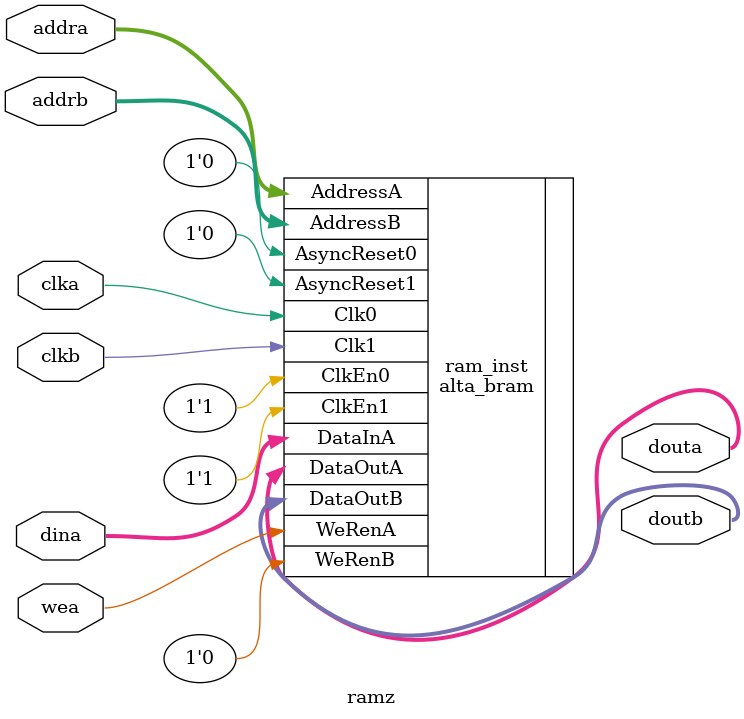
<source format=v>
`timescale 1ns/1ps
module ramz(
   input clka,
   input clkb,

   input [6:0] addra,
   input [6:0] addrb,

   output [31:0] douta,
   output [31:0] doutb,

   input wea,
   input [31:0] dina
);


alta_bram ram_inst (
  .DataInA(dina), 
  .AddressA(addra), .AddressB(addrb),
  .DataOutA(douta), .DataOutB(doutb),
  .Clk0(clka), .ClkEn0(1'b1), .AsyncReset0(1'b0),
  .Clk1(clkb), .ClkEn1(1'b1), .AsyncReset1(1'b0),
  .WeRenA(wea), .WeRenB(1'b0)
);

defparam ram_inst.PORTA_WIDTH     = 32;
defparam ram_inst.PORTB_WIDTH     = 32;
defparam ram_inst.CLKMODE         = "read_write";
defparam ram_inst.PORTB_READONLY  = 1'b1;
defparam ram_inst.PORTA_OUTREG    = 1'b0;
defparam ram_inst.PORTB_OUTREG    = 1'b0;
defparam ram_inst.PORTA_WRITEMODE = 1'b0;
defparam ram_inst.PORTB_WRITEMODE = 1'b0;
defparam ram_inst.PORTA_WRITETHRU = 1'b0;
defparam ram_inst.PORTB_WRITETHRU = 1'b0;
defparam ram_inst.INIT_VAL        = 4608'b0;

endmodule

</source>
